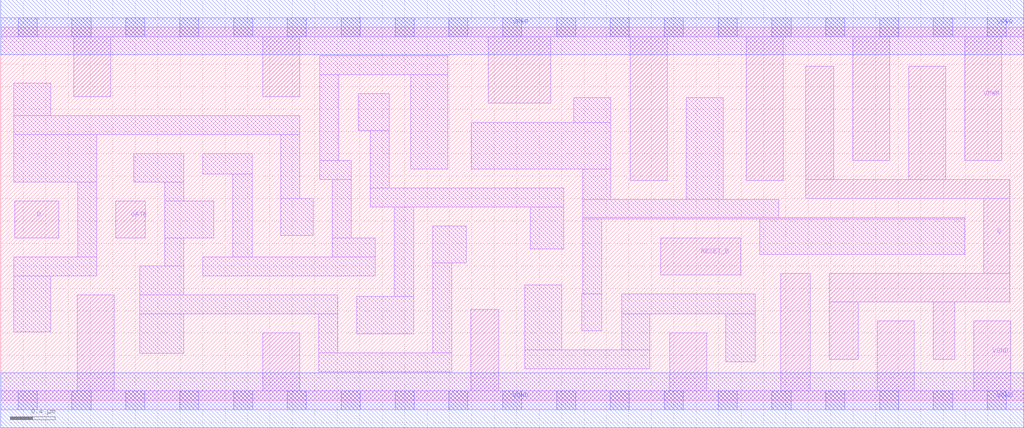
<source format=lef>
# Copyright 2020 The SkyWater PDK Authors
#
# Licensed under the Apache License, Version 2.0 (the "License");
# you may not use this file except in compliance with the License.
# You may obtain a copy of the License at
#
#     https://www.apache.org/licenses/LICENSE-2.0
#
# Unless required by applicable law or agreed to in writing, software
# distributed under the License is distributed on an "AS IS" BASIS,
# WITHOUT WARRANTIES OR CONDITIONS OF ANY KIND, either express or implied.
# See the License for the specific language governing permissions and
# limitations under the License.
#
# SPDX-License-Identifier: Apache-2.0

VERSION 5.7 ;
  NAMESCASESENSITIVE ON ;
  NOWIREEXTENSIONATPIN ON ;
  DIVIDERCHAR "/" ;
  BUSBITCHARS "[]" ;
UNITS
  DATABASE MICRONS 200 ;
END UNITS
MACRO sky130_fd_sc_hs__dlrtp_4
  CLASS CORE ;
  SOURCE USER ;
  FOREIGN sky130_fd_sc_hs__dlrtp_4 ;
  ORIGIN  0.000000  0.000000 ;
  SIZE  9.120000 BY  3.330000 ;
  SYMMETRY X Y ;
  SITE unit ;
  PIN D
    ANTENNAGATEAREA  0.208500 ;
    DIRECTION INPUT ;
    USE SIGNAL ;
    PORT
      LAYER li1 ;
        RECT 0.125000 1.450000 0.515000 1.780000 ;
    END
  END D
  PIN Q
    ANTENNADIFFAREA  1.164800 ;
    DIRECTION OUTPUT ;
    USE SIGNAL ;
    PORT
      LAYER li1 ;
        RECT 7.175000 1.800000 8.995000 1.970000 ;
        RECT 7.175000 1.970000 7.425000 2.980000 ;
        RECT 7.385000 0.365000 7.645000 0.880000 ;
        RECT 7.385000 0.880000 8.995000 1.130000 ;
        RECT 8.095000 1.970000 8.425000 2.980000 ;
        RECT 8.315000 0.365000 8.505000 0.880000 ;
        RECT 8.765000 1.130000 8.995000 1.800000 ;
    END
  END Q
  PIN RESET_B
    ANTENNAGATEAREA  0.444000 ;
    DIRECTION INPUT ;
    USE SIGNAL ;
    PORT
      LAYER li1 ;
        RECT 5.885000 1.120000 6.595000 1.450000 ;
    END
  END RESET_B
  PIN GATE
    ANTENNAGATEAREA  0.237000 ;
    DIRECTION INPUT ;
    USE CLOCK ;
    PORT
      LAYER li1 ;
        RECT 1.025000 1.450000 1.290000 1.780000 ;
    END
  END GATE
  PIN VGND
    DIRECTION INOUT ;
    USE GROUND ;
    PORT
      LAYER li1 ;
        RECT 0.000000 -0.085000 9.120000 0.085000 ;
        RECT 0.680000  0.085000 1.010000 0.940000 ;
        RECT 2.335000  0.085000 2.665000 0.600000 ;
        RECT 4.190000  0.085000 4.440000 0.810000 ;
        RECT 5.965000  0.085000 6.295000 0.600000 ;
        RECT 6.955000  0.085000 7.215000 1.130000 ;
        RECT 7.815000  0.085000 8.145000 0.710000 ;
        RECT 8.675000  0.085000 9.005000 0.710000 ;
      LAYER mcon ;
        RECT 0.155000 -0.085000 0.325000 0.085000 ;
        RECT 0.635000 -0.085000 0.805000 0.085000 ;
        RECT 1.115000 -0.085000 1.285000 0.085000 ;
        RECT 1.595000 -0.085000 1.765000 0.085000 ;
        RECT 2.075000 -0.085000 2.245000 0.085000 ;
        RECT 2.555000 -0.085000 2.725000 0.085000 ;
        RECT 3.035000 -0.085000 3.205000 0.085000 ;
        RECT 3.515000 -0.085000 3.685000 0.085000 ;
        RECT 3.995000 -0.085000 4.165000 0.085000 ;
        RECT 4.475000 -0.085000 4.645000 0.085000 ;
        RECT 4.955000 -0.085000 5.125000 0.085000 ;
        RECT 5.435000 -0.085000 5.605000 0.085000 ;
        RECT 5.915000 -0.085000 6.085000 0.085000 ;
        RECT 6.395000 -0.085000 6.565000 0.085000 ;
        RECT 6.875000 -0.085000 7.045000 0.085000 ;
        RECT 7.355000 -0.085000 7.525000 0.085000 ;
        RECT 7.835000 -0.085000 8.005000 0.085000 ;
        RECT 8.315000 -0.085000 8.485000 0.085000 ;
        RECT 8.795000 -0.085000 8.965000 0.085000 ;
      LAYER met1 ;
        RECT 0.000000 -0.245000 9.120000 0.245000 ;
    END
  END VGND
  PIN VPWR
    DIRECTION INOUT ;
    USE POWER ;
    PORT
      LAYER li1 ;
        RECT 0.000000 3.245000 9.120000 3.415000 ;
        RECT 0.650000 2.710000 0.980000 3.245000 ;
        RECT 2.335000 2.710000 2.665000 3.245000 ;
        RECT 4.345000 2.650000 4.905000 3.245000 ;
        RECT 5.610000 1.960000 5.940000 3.245000 ;
        RECT 6.645000 1.960000 6.975000 3.245000 ;
        RECT 7.595000 2.140000 7.925000 3.245000 ;
        RECT 8.595000 2.140000 8.925000 3.245000 ;
      LAYER mcon ;
        RECT 0.155000 3.245000 0.325000 3.415000 ;
        RECT 0.635000 3.245000 0.805000 3.415000 ;
        RECT 1.115000 3.245000 1.285000 3.415000 ;
        RECT 1.595000 3.245000 1.765000 3.415000 ;
        RECT 2.075000 3.245000 2.245000 3.415000 ;
        RECT 2.555000 3.245000 2.725000 3.415000 ;
        RECT 3.035000 3.245000 3.205000 3.415000 ;
        RECT 3.515000 3.245000 3.685000 3.415000 ;
        RECT 3.995000 3.245000 4.165000 3.415000 ;
        RECT 4.475000 3.245000 4.645000 3.415000 ;
        RECT 4.955000 3.245000 5.125000 3.415000 ;
        RECT 5.435000 3.245000 5.605000 3.415000 ;
        RECT 5.915000 3.245000 6.085000 3.415000 ;
        RECT 6.395000 3.245000 6.565000 3.415000 ;
        RECT 6.875000 3.245000 7.045000 3.415000 ;
        RECT 7.355000 3.245000 7.525000 3.415000 ;
        RECT 7.835000 3.245000 8.005000 3.415000 ;
        RECT 8.315000 3.245000 8.485000 3.415000 ;
        RECT 8.795000 3.245000 8.965000 3.415000 ;
      LAYER met1 ;
        RECT 0.000000 3.085000 9.120000 3.575000 ;
    END
  END VPWR
  OBS
    LAYER li1 ;
      RECT 0.115000 0.610000 0.445000 1.110000 ;
      RECT 0.115000 1.110000 0.855000 1.280000 ;
      RECT 0.115000 1.950000 0.855000 2.370000 ;
      RECT 0.115000 2.370000 2.665000 2.540000 ;
      RECT 0.115000 2.540000 0.445000 2.830000 ;
      RECT 0.685000 1.280000 0.855000 1.950000 ;
      RECT 1.185000 1.950000 1.630000 2.200000 ;
      RECT 1.240000 0.420000 1.630000 0.770000 ;
      RECT 1.240000 0.770000 3.005000 0.940000 ;
      RECT 1.240000 0.940000 1.630000 1.200000 ;
      RECT 1.460000 1.200000 1.630000 1.450000 ;
      RECT 1.460000 1.450000 1.900000 1.780000 ;
      RECT 1.460000 1.780000 1.630000 1.950000 ;
      RECT 1.800000 1.110000 3.340000 1.280000 ;
      RECT 1.800000 2.020000 2.240000 2.200000 ;
      RECT 2.070000 1.280000 2.240000 2.020000 ;
      RECT 2.495000 1.470000 2.785000 1.800000 ;
      RECT 2.495000 1.800000 2.665000 2.370000 ;
      RECT 2.835000 0.255000 4.020000 0.425000 ;
      RECT 2.835000 0.425000 3.005000 0.770000 ;
      RECT 2.845000 1.970000 3.125000 2.140000 ;
      RECT 2.845000 2.140000 3.015000 2.905000 ;
      RECT 2.845000 2.905000 3.985000 3.075000 ;
      RECT 2.955000 1.280000 3.340000 1.450000 ;
      RECT 2.955000 1.450000 3.125000 1.970000 ;
      RECT 3.175000 0.595000 3.680000 0.925000 ;
      RECT 3.185000 2.405000 3.465000 2.735000 ;
      RECT 3.295000 1.725000 5.020000 1.895000 ;
      RECT 3.295000 1.895000 3.465000 2.405000 ;
      RECT 3.510000 0.925000 3.680000 1.725000 ;
      RECT 3.655000 2.065000 3.985000 2.905000 ;
      RECT 3.850000 0.425000 4.020000 1.225000 ;
      RECT 3.850000 1.225000 4.150000 1.555000 ;
      RECT 4.195000 2.065000 5.440000 2.480000 ;
      RECT 4.670000 0.280000 5.785000 0.450000 ;
      RECT 4.670000 0.450000 5.000000 1.030000 ;
      RECT 4.720000 1.350000 5.020000 1.725000 ;
      RECT 5.110000 2.480000 5.440000 2.700000 ;
      RECT 5.180000 0.620000 5.360000 0.950000 ;
      RECT 5.190000 0.950000 5.360000 1.620000 ;
      RECT 5.190000 1.620000 8.595000 1.630000 ;
      RECT 5.190000 1.630000 6.935000 1.790000 ;
      RECT 5.190000 1.790000 5.440000 2.065000 ;
      RECT 5.535000 0.450000 5.785000 0.770000 ;
      RECT 5.535000 0.770000 6.725000 0.950000 ;
      RECT 6.110000 1.790000 6.440000 2.700000 ;
      RECT 6.465000 0.345000 6.725000 0.770000 ;
      RECT 6.765000 1.300000 8.595000 1.620000 ;
  END
END sky130_fd_sc_hs__dlrtp_4

</source>
